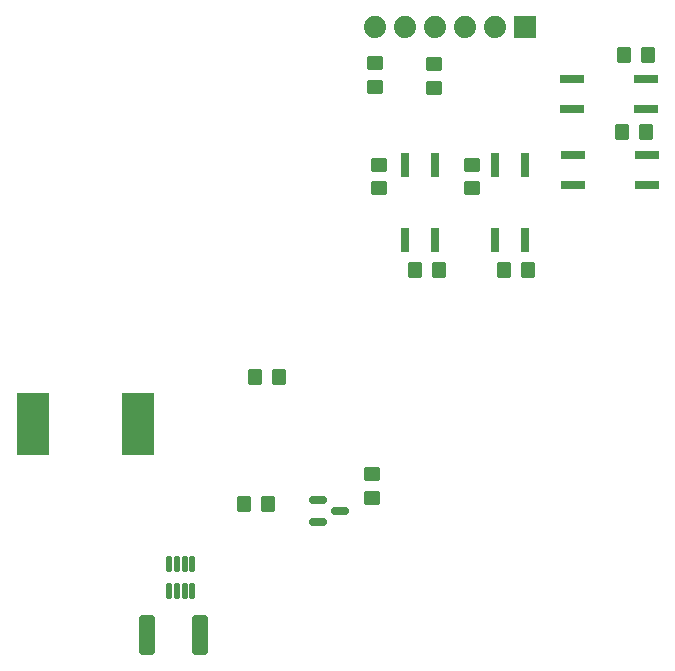
<source format=gbr>
%TF.GenerationSoftware,KiCad,Pcbnew,6.0.2+dfsg-1*%
%TF.CreationDate,2023-01-31T14:27:50-05:00*%
%TF.ProjectId,atx-power-fixture,6174782d-706f-4776-9572-2d6669787475,1.0*%
%TF.SameCoordinates,Original*%
%TF.FileFunction,Paste,Top*%
%TF.FilePolarity,Positive*%
%FSLAX46Y46*%
G04 Gerber Fmt 4.6, Leading zero omitted, Abs format (unit mm)*
G04 Created by KiCad (PCBNEW 6.0.2+dfsg-1) date 2023-01-31 14:27:50*
%MOMM*%
%LPD*%
G01*
G04 APERTURE LIST*
G04 Aperture macros list*
%AMRoundRect*
0 Rectangle with rounded corners*
0 $1 Rounding radius*
0 $2 $3 $4 $5 $6 $7 $8 $9 X,Y pos of 4 corners*
0 Add a 4 corners polygon primitive as box body*
4,1,4,$2,$3,$4,$5,$6,$7,$8,$9,$2,$3,0*
0 Add four circle primitives for the rounded corners*
1,1,$1+$1,$2,$3*
1,1,$1+$1,$4,$5*
1,1,$1+$1,$6,$7*
1,1,$1+$1,$8,$9*
0 Add four rect primitives between the rounded corners*
20,1,$1+$1,$2,$3,$4,$5,0*
20,1,$1+$1,$4,$5,$6,$7,0*
20,1,$1+$1,$6,$7,$8,$9,0*
20,1,$1+$1,$8,$9,$2,$3,0*%
G04 Aperture macros list end*
%ADD10R,0.640000X2.000000*%
%ADD11RoundRect,0.250000X0.450000X-0.350000X0.450000X0.350000X-0.450000X0.350000X-0.450000X-0.350000X0*%
%ADD12R,2.000000X0.640000*%
%ADD13RoundRect,0.250000X-0.450000X0.350000X-0.450000X-0.350000X0.450000X-0.350000X0.450000X0.350000X0*%
%ADD14R,2.794000X5.257800*%
%ADD15RoundRect,0.250000X-0.400000X-1.450000X0.400000X-1.450000X0.400000X1.450000X-0.400000X1.450000X0*%
%ADD16RoundRect,0.250000X-0.350000X-0.450000X0.350000X-0.450000X0.350000X0.450000X-0.350000X0.450000X0*%
%ADD17RoundRect,0.250000X0.350000X0.450000X-0.350000X0.450000X-0.350000X-0.450000X0.350000X-0.450000X0*%
%ADD18R,1.879600X1.879600*%
%ADD19C,1.879600*%
%ADD20RoundRect,0.150000X-0.587500X-0.150000X0.587500X-0.150000X0.587500X0.150000X-0.587500X0.150000X0*%
%ADD21RoundRect,0.125000X0.125000X-0.537500X0.125000X0.537500X-0.125000X0.537500X-0.125000X-0.537500X0*%
G04 APERTURE END LIST*
D10*
%TO.C,U7*%
X145130000Y-74250000D03*
X147670000Y-74250000D03*
X147670000Y-67950000D03*
X145130000Y-67950000D03*
%TD*%
D11*
%TO.C,R10*%
X142300000Y-96100000D03*
X142300000Y-94100000D03*
%TD*%
D12*
%TO.C,U4*%
X159250000Y-60630000D03*
X159250000Y-63170000D03*
X165550000Y-63170000D03*
X165550000Y-60630000D03*
%TD*%
D11*
%TO.C,R14*%
X150800000Y-69900000D03*
X150800000Y-67900000D03*
%TD*%
D13*
%TO.C,R5*%
X142600000Y-59300000D03*
X142600000Y-61300000D03*
%TD*%
D14*
%TO.C,R1*%
X122500000Y-89800000D03*
X113584600Y-89800000D03*
%TD*%
D15*
%TO.C,R2*%
X123275000Y-107700000D03*
X127725000Y-107700000D03*
%TD*%
D16*
%TO.C,R8*%
X132425000Y-85900000D03*
X134425000Y-85900000D03*
%TD*%
D12*
%TO.C,U5*%
X159300000Y-67100000D03*
X159300000Y-69640000D03*
X165600000Y-69640000D03*
X165600000Y-67100000D03*
%TD*%
D10*
%TO.C,U6*%
X152730000Y-74250000D03*
X155270000Y-74250000D03*
X155270000Y-67950000D03*
X152730000Y-67950000D03*
%TD*%
D17*
%TO.C,R12*%
X148000000Y-76800000D03*
X146000000Y-76800000D03*
%TD*%
D16*
%TO.C,R3*%
X131500000Y-96600000D03*
X133500000Y-96600000D03*
%TD*%
D18*
%TO.C,J5*%
X155260000Y-56200000D03*
D19*
X152720000Y-56200000D03*
X150180000Y-56200000D03*
X147640000Y-56200000D03*
X145100000Y-56200000D03*
X142560000Y-56200000D03*
%TD*%
D20*
%TO.C,Q2*%
X137762500Y-96250000D03*
X137762500Y-98150000D03*
X139637500Y-97200000D03*
%TD*%
D13*
%TO.C,R4*%
X147600000Y-59400000D03*
X147600000Y-61400000D03*
%TD*%
D21*
%TO.C,U2*%
X125150000Y-104000000D03*
X125800000Y-104000000D03*
X126450000Y-104000000D03*
X127100000Y-104000000D03*
X127100000Y-101725000D03*
X126450000Y-101725000D03*
X125800000Y-101725000D03*
X125150000Y-101725000D03*
%TD*%
D16*
%TO.C,R6*%
X163515005Y-65116561D03*
X165515005Y-65116561D03*
%TD*%
D17*
%TO.C,R11*%
X155500000Y-76800000D03*
X153500000Y-76800000D03*
%TD*%
D11*
%TO.C,R13*%
X142900000Y-69900000D03*
X142900000Y-67900000D03*
%TD*%
D16*
%TO.C,R7*%
X163700000Y-58600000D03*
X165700000Y-58600000D03*
%TD*%
M02*

</source>
